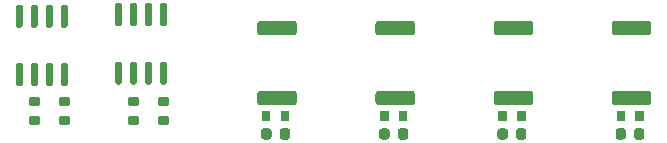
<source format=gbp>
G04 #@! TF.GenerationSoftware,KiCad,Pcbnew,8.0.9-8.0.9-0~ubuntu24.04.1*
G04 #@! TF.CreationDate,2025-06-27T01:07:59+00:00*
G04 #@! TF.ProjectId,EP91Starlet,45503931-5374-4617-926c-65742e6b6963,rev?*
G04 #@! TF.SameCoordinates,Original*
G04 #@! TF.FileFunction,Paste,Bot*
G04 #@! TF.FilePolarity,Positive*
%FSLAX46Y46*%
G04 Gerber Fmt 4.6, Leading zero omitted, Abs format (unit mm)*
G04 Created by KiCad (PCBNEW 8.0.9-8.0.9-0~ubuntu24.04.1) date 2025-06-27 01:07:59*
%MOMM*%
%LPD*%
G01*
G04 APERTURE LIST*
G04 APERTURE END LIST*
G04 #@! TO.C,R13*
G36*
G01*
X73443500Y67030000D02*
X73443500Y67810000D01*
G75*
G02*
X73513500Y67880000I70000J0D01*
G01*
X74073500Y67880000D01*
G75*
G02*
X74143500Y67810000I0J-70000D01*
G01*
X74143500Y67030000D01*
G75*
G02*
X74073500Y66960000I-70000J0D01*
G01*
X73513500Y66960000D01*
G75*
G02*
X73443500Y67030000I0J70000D01*
G01*
G37*
G36*
G01*
X75043500Y67030000D02*
X75043500Y67810000D01*
G75*
G02*
X75113500Y67880000I70000J0D01*
G01*
X75673500Y67880000D01*
G75*
G02*
X75743500Y67810000I0J-70000D01*
G01*
X75743500Y67030000D01*
G75*
G02*
X75673500Y66960000I-70000J0D01*
G01*
X75113500Y66960000D01*
G75*
G02*
X75043500Y67030000I0J70000D01*
G01*
G37*
G04 #@! TD*
G04 #@! TO.C,R11*
G36*
G01*
X96129000Y68326500D02*
X93279000Y68326500D01*
G75*
G02*
X93029000Y68576500I0J250000D01*
G01*
X93029000Y69301500D01*
G75*
G02*
X93279000Y69551500I250000J0D01*
G01*
X96129000Y69551500D01*
G75*
G02*
X96379000Y69301500I0J-250000D01*
G01*
X96379000Y68576500D01*
G75*
G02*
X96129000Y68326500I-250000J0D01*
G01*
G37*
G36*
G01*
X96129000Y74251500D02*
X93279000Y74251500D01*
G75*
G02*
X93029000Y74501500I0J250000D01*
G01*
X93029000Y75226500D01*
G75*
G02*
X93279000Y75476500I250000J0D01*
G01*
X96129000Y75476500D01*
G75*
G02*
X96379000Y75226500I0J-250000D01*
G01*
X96379000Y74501500D01*
G75*
G02*
X96129000Y74251500I-250000J0D01*
G01*
G37*
G04 #@! TD*
G04 #@! TO.C,F2*
G36*
G01*
X85806000Y66152250D02*
X85806000Y65639750D01*
G75*
G02*
X85587250Y65421000I-218750J0D01*
G01*
X85149750Y65421000D01*
G75*
G02*
X84931000Y65639750I0J218750D01*
G01*
X84931000Y66152250D01*
G75*
G02*
X85149750Y66371000I218750J0D01*
G01*
X85587250Y66371000D01*
G75*
G02*
X85806000Y66152250I0J-218750D01*
G01*
G37*
G36*
G01*
X84231000Y66152250D02*
X84231000Y65639750D01*
G75*
G02*
X84012250Y65421000I-218750J0D01*
G01*
X83574750Y65421000D01*
G75*
G02*
X83356000Y65639750I0J218750D01*
G01*
X83356000Y66152250D01*
G75*
G02*
X83574750Y66371000I218750J0D01*
G01*
X84012250Y66371000D01*
G75*
G02*
X84231000Y66152250I0J-218750D01*
G01*
G37*
G04 #@! TD*
G04 #@! TO.C,R15*
G36*
G01*
X76129000Y68326500D02*
X73279000Y68326500D01*
G75*
G02*
X73029000Y68576500I0J250000D01*
G01*
X73029000Y69301500D01*
G75*
G02*
X73279000Y69551500I250000J0D01*
G01*
X76129000Y69551500D01*
G75*
G02*
X76379000Y69301500I0J-250000D01*
G01*
X76379000Y68576500D01*
G75*
G02*
X76129000Y68326500I-250000J0D01*
G01*
G37*
G36*
G01*
X76129000Y74251500D02*
X73279000Y74251500D01*
G75*
G02*
X73029000Y74501500I0J250000D01*
G01*
X73029000Y75226500D01*
G75*
G02*
X73279000Y75476500I250000J0D01*
G01*
X76129000Y75476500D01*
G75*
G02*
X76379000Y75226500I0J-250000D01*
G01*
X76379000Y74501500D01*
G75*
G02*
X76129000Y74251500I-250000J0D01*
G01*
G37*
G04 #@! TD*
G04 #@! TO.C,R2*
G36*
G01*
X44548000Y66684000D02*
X43768000Y66684000D01*
G75*
G02*
X43698000Y66754000I0J70000D01*
G01*
X43698000Y67314000D01*
G75*
G02*
X43768000Y67384000I70000J0D01*
G01*
X44548000Y67384000D01*
G75*
G02*
X44618000Y67314000I0J-70000D01*
G01*
X44618000Y66754000D01*
G75*
G02*
X44548000Y66684000I-70000J0D01*
G01*
G37*
G36*
G01*
X44548000Y68284000D02*
X43768000Y68284000D01*
G75*
G02*
X43698000Y68354000I0J70000D01*
G01*
X43698000Y68914000D01*
G75*
G02*
X43768000Y68984000I70000J0D01*
G01*
X44548000Y68984000D01*
G75*
G02*
X44618000Y68914000I0J-70000D01*
G01*
X44618000Y68354000D01*
G75*
G02*
X44548000Y68284000I-70000J0D01*
G01*
G37*
G04 #@! TD*
G04 #@! TO.C,R1*
G36*
G01*
X52930000Y66684000D02*
X52150000Y66684000D01*
G75*
G02*
X52080000Y66754000I0J70000D01*
G01*
X52080000Y67314000D01*
G75*
G02*
X52150000Y67384000I70000J0D01*
G01*
X52930000Y67384000D01*
G75*
G02*
X53000000Y67314000I0J-70000D01*
G01*
X53000000Y66754000D01*
G75*
G02*
X52930000Y66684000I-70000J0D01*
G01*
G37*
G36*
G01*
X52930000Y68284000D02*
X52150000Y68284000D01*
G75*
G02*
X52080000Y68354000I0J70000D01*
G01*
X52080000Y68914000D01*
G75*
G02*
X52150000Y68984000I70000J0D01*
G01*
X52930000Y68984000D01*
G75*
G02*
X53000000Y68914000I0J-70000D01*
G01*
X53000000Y68354000D01*
G75*
G02*
X52930000Y68284000I-70000J0D01*
G01*
G37*
G04 #@! TD*
G04 #@! TO.C,R16*
G36*
G01*
X66129000Y68326500D02*
X63279000Y68326500D01*
G75*
G02*
X63029000Y68576500I0J250000D01*
G01*
X63029000Y69301500D01*
G75*
G02*
X63279000Y69551500I250000J0D01*
G01*
X66129000Y69551500D01*
G75*
G02*
X66379000Y69301500I0J-250000D01*
G01*
X66379000Y68576500D01*
G75*
G02*
X66129000Y68326500I-250000J0D01*
G01*
G37*
G36*
G01*
X66129000Y74251500D02*
X63279000Y74251500D01*
G75*
G02*
X63029000Y74501500I0J250000D01*
G01*
X63029000Y75226500D01*
G75*
G02*
X63279000Y75476500I250000J0D01*
G01*
X66129000Y75476500D01*
G75*
G02*
X66379000Y75226500I0J-250000D01*
G01*
X66379000Y74501500D01*
G75*
G02*
X66129000Y74251500I-250000J0D01*
G01*
G37*
G04 #@! TD*
G04 #@! TO.C,R3*
G36*
G01*
X55470000Y66684000D02*
X54690000Y66684000D01*
G75*
G02*
X54620000Y66754000I0J70000D01*
G01*
X54620000Y67314000D01*
G75*
G02*
X54690000Y67384000I70000J0D01*
G01*
X55470000Y67384000D01*
G75*
G02*
X55540000Y67314000I0J-70000D01*
G01*
X55540000Y66754000D01*
G75*
G02*
X55470000Y66684000I-70000J0D01*
G01*
G37*
G36*
G01*
X55470000Y68284000D02*
X54690000Y68284000D01*
G75*
G02*
X54620000Y68354000I0J70000D01*
G01*
X54620000Y68914000D01*
G75*
G02*
X54690000Y68984000I70000J0D01*
G01*
X55470000Y68984000D01*
G75*
G02*
X55540000Y68914000I0J-70000D01*
G01*
X55540000Y68354000D01*
G75*
G02*
X55470000Y68284000I-70000J0D01*
G01*
G37*
G04 #@! TD*
G04 #@! TO.C,R4*
G36*
G01*
X47088000Y66684000D02*
X46308000Y66684000D01*
G75*
G02*
X46238000Y66754000I0J70000D01*
G01*
X46238000Y67314000D01*
G75*
G02*
X46308000Y67384000I70000J0D01*
G01*
X47088000Y67384000D01*
G75*
G02*
X47158000Y67314000I0J-70000D01*
G01*
X47158000Y66754000D01*
G75*
G02*
X47088000Y66684000I-70000J0D01*
G01*
G37*
G36*
G01*
X47088000Y68284000D02*
X46308000Y68284000D01*
G75*
G02*
X46238000Y68354000I0J70000D01*
G01*
X46238000Y68914000D01*
G75*
G02*
X46308000Y68984000I70000J0D01*
G01*
X47088000Y68984000D01*
G75*
G02*
X47158000Y68914000I0J-70000D01*
G01*
X47158000Y68354000D01*
G75*
G02*
X47088000Y68284000I-70000J0D01*
G01*
G37*
G04 #@! TD*
G04 #@! TO.C,R14*
G36*
G01*
X63443500Y67030000D02*
X63443500Y67810000D01*
G75*
G02*
X63513500Y67880000I70000J0D01*
G01*
X64073500Y67880000D01*
G75*
G02*
X64143500Y67810000I0J-70000D01*
G01*
X64143500Y67030000D01*
G75*
G02*
X64073500Y66960000I-70000J0D01*
G01*
X63513500Y66960000D01*
G75*
G02*
X63443500Y67030000I0J70000D01*
G01*
G37*
G36*
G01*
X65043500Y67030000D02*
X65043500Y67810000D01*
G75*
G02*
X65113500Y67880000I70000J0D01*
G01*
X65673500Y67880000D01*
G75*
G02*
X65743500Y67810000I0J-70000D01*
G01*
X65743500Y67030000D01*
G75*
G02*
X65673500Y66960000I-70000J0D01*
G01*
X65113500Y66960000D01*
G75*
G02*
X65043500Y67030000I0J70000D01*
G01*
G37*
G04 #@! TD*
G04 #@! TO.C,U3*
G36*
G01*
X46848000Y69945000D02*
X46548000Y69945000D01*
G75*
G02*
X46398000Y70095000I0J150000D01*
G01*
X46398000Y71745000D01*
G75*
G02*
X46548000Y71895000I150000J0D01*
G01*
X46848000Y71895000D01*
G75*
G02*
X46998000Y71745000I0J-150000D01*
G01*
X46998000Y70095000D01*
G75*
G02*
X46848000Y69945000I-150000J0D01*
G01*
G37*
G36*
G01*
X45578000Y69945000D02*
X45278000Y69945000D01*
G75*
G02*
X45128000Y70095000I0J150000D01*
G01*
X45128000Y71745000D01*
G75*
G02*
X45278000Y71895000I150000J0D01*
G01*
X45578000Y71895000D01*
G75*
G02*
X45728000Y71745000I0J-150000D01*
G01*
X45728000Y70095000D01*
G75*
G02*
X45578000Y69945000I-150000J0D01*
G01*
G37*
G36*
G01*
X44308000Y69945000D02*
X44008000Y69945000D01*
G75*
G02*
X43858000Y70095000I0J150000D01*
G01*
X43858000Y71745000D01*
G75*
G02*
X44008000Y71895000I150000J0D01*
G01*
X44308000Y71895000D01*
G75*
G02*
X44458000Y71745000I0J-150000D01*
G01*
X44458000Y70095000D01*
G75*
G02*
X44308000Y69945000I-150000J0D01*
G01*
G37*
G36*
G01*
X43038000Y69945000D02*
X42738000Y69945000D01*
G75*
G02*
X42588000Y70095000I0J150000D01*
G01*
X42588000Y71745000D01*
G75*
G02*
X42738000Y71895000I150000J0D01*
G01*
X43038000Y71895000D01*
G75*
G02*
X43188000Y71745000I0J-150000D01*
G01*
X43188000Y70095000D01*
G75*
G02*
X43038000Y69945000I-150000J0D01*
G01*
G37*
G36*
G01*
X43038000Y74895000D02*
X42738000Y74895000D01*
G75*
G02*
X42588000Y75045000I0J150000D01*
G01*
X42588000Y76695000D01*
G75*
G02*
X42738000Y76845000I150000J0D01*
G01*
X43038000Y76845000D01*
G75*
G02*
X43188000Y76695000I0J-150000D01*
G01*
X43188000Y75045000D01*
G75*
G02*
X43038000Y74895000I-150000J0D01*
G01*
G37*
G36*
G01*
X44308000Y74895000D02*
X44008000Y74895000D01*
G75*
G02*
X43858000Y75045000I0J150000D01*
G01*
X43858000Y76695000D01*
G75*
G02*
X44008000Y76845000I150000J0D01*
G01*
X44308000Y76845000D01*
G75*
G02*
X44458000Y76695000I0J-150000D01*
G01*
X44458000Y75045000D01*
G75*
G02*
X44308000Y74895000I-150000J0D01*
G01*
G37*
G36*
G01*
X45578000Y74895000D02*
X45278000Y74895000D01*
G75*
G02*
X45128000Y75045000I0J150000D01*
G01*
X45128000Y76695000D01*
G75*
G02*
X45278000Y76845000I150000J0D01*
G01*
X45578000Y76845000D01*
G75*
G02*
X45728000Y76695000I0J-150000D01*
G01*
X45728000Y75045000D01*
G75*
G02*
X45578000Y74895000I-150000J0D01*
G01*
G37*
G36*
G01*
X46848000Y74895000D02*
X46548000Y74895000D01*
G75*
G02*
X46398000Y75045000I0J150000D01*
G01*
X46398000Y76695000D01*
G75*
G02*
X46548000Y76845000I150000J0D01*
G01*
X46848000Y76845000D01*
G75*
G02*
X46998000Y76695000I0J-150000D01*
G01*
X46998000Y75045000D01*
G75*
G02*
X46848000Y74895000I-150000J0D01*
G01*
G37*
G04 #@! TD*
G04 #@! TO.C,R10*
G36*
G01*
X83443500Y67030000D02*
X83443500Y67810000D01*
G75*
G02*
X83513500Y67880000I70000J0D01*
G01*
X84073500Y67880000D01*
G75*
G02*
X84143500Y67810000I0J-70000D01*
G01*
X84143500Y67030000D01*
G75*
G02*
X84073500Y66960000I-70000J0D01*
G01*
X83513500Y66960000D01*
G75*
G02*
X83443500Y67030000I0J70000D01*
G01*
G37*
G36*
G01*
X85043500Y67030000D02*
X85043500Y67810000D01*
G75*
G02*
X85113500Y67880000I70000J0D01*
G01*
X85673500Y67880000D01*
G75*
G02*
X85743500Y67810000I0J-70000D01*
G01*
X85743500Y67030000D01*
G75*
G02*
X85673500Y66960000I-70000J0D01*
G01*
X85113500Y66960000D01*
G75*
G02*
X85043500Y67030000I0J70000D01*
G01*
G37*
G04 #@! TD*
G04 #@! TO.C,R9*
G36*
G01*
X93443500Y67030000D02*
X93443500Y67810000D01*
G75*
G02*
X93513500Y67880000I70000J0D01*
G01*
X94073500Y67880000D01*
G75*
G02*
X94143500Y67810000I0J-70000D01*
G01*
X94143500Y67030000D01*
G75*
G02*
X94073500Y66960000I-70000J0D01*
G01*
X93513500Y66960000D01*
G75*
G02*
X93443500Y67030000I0J70000D01*
G01*
G37*
G36*
G01*
X95043500Y67030000D02*
X95043500Y67810000D01*
G75*
G02*
X95113500Y67880000I70000J0D01*
G01*
X95673500Y67880000D01*
G75*
G02*
X95743500Y67810000I0J-70000D01*
G01*
X95743500Y67030000D01*
G75*
G02*
X95673500Y66960000I-70000J0D01*
G01*
X95113500Y66960000D01*
G75*
G02*
X95043500Y67030000I0J70000D01*
G01*
G37*
G04 #@! TD*
G04 #@! TO.C,F1*
G36*
G01*
X95806000Y66152250D02*
X95806000Y65639750D01*
G75*
G02*
X95587250Y65421000I-218750J0D01*
G01*
X95149750Y65421000D01*
G75*
G02*
X94931000Y65639750I0J218750D01*
G01*
X94931000Y66152250D01*
G75*
G02*
X95149750Y66371000I218750J0D01*
G01*
X95587250Y66371000D01*
G75*
G02*
X95806000Y66152250I0J-218750D01*
G01*
G37*
G36*
G01*
X94231000Y66152250D02*
X94231000Y65639750D01*
G75*
G02*
X94012250Y65421000I-218750J0D01*
G01*
X93574750Y65421000D01*
G75*
G02*
X93356000Y65639750I0J218750D01*
G01*
X93356000Y66152250D01*
G75*
G02*
X93574750Y66371000I218750J0D01*
G01*
X94012250Y66371000D01*
G75*
G02*
X94231000Y66152250I0J-218750D01*
G01*
G37*
G04 #@! TD*
G04 #@! TO.C,R12*
G36*
G01*
X86129000Y68326500D02*
X83279000Y68326500D01*
G75*
G02*
X83029000Y68576500I0J250000D01*
G01*
X83029000Y69301500D01*
G75*
G02*
X83279000Y69551500I250000J0D01*
G01*
X86129000Y69551500D01*
G75*
G02*
X86379000Y69301500I0J-250000D01*
G01*
X86379000Y68576500D01*
G75*
G02*
X86129000Y68326500I-250000J0D01*
G01*
G37*
G36*
G01*
X86129000Y74251500D02*
X83279000Y74251500D01*
G75*
G02*
X83029000Y74501500I0J250000D01*
G01*
X83029000Y75226500D01*
G75*
G02*
X83279000Y75476500I250000J0D01*
G01*
X86129000Y75476500D01*
G75*
G02*
X86379000Y75226500I0J-250000D01*
G01*
X86379000Y74501500D01*
G75*
G02*
X86129000Y74251500I-250000J0D01*
G01*
G37*
G04 #@! TD*
G04 #@! TO.C,F4*
G36*
G01*
X65806000Y66152250D02*
X65806000Y65639750D01*
G75*
G02*
X65587250Y65421000I-218750J0D01*
G01*
X65149750Y65421000D01*
G75*
G02*
X64931000Y65639750I0J218750D01*
G01*
X64931000Y66152250D01*
G75*
G02*
X65149750Y66371000I218750J0D01*
G01*
X65587250Y66371000D01*
G75*
G02*
X65806000Y66152250I0J-218750D01*
G01*
G37*
G36*
G01*
X64231000Y66152250D02*
X64231000Y65639750D01*
G75*
G02*
X64012250Y65421000I-218750J0D01*
G01*
X63574750Y65421000D01*
G75*
G02*
X63356000Y65639750I0J218750D01*
G01*
X63356000Y66152250D01*
G75*
G02*
X63574750Y66371000I218750J0D01*
G01*
X64012250Y66371000D01*
G75*
G02*
X64231000Y66152250I0J-218750D01*
G01*
G37*
G04 #@! TD*
G04 #@! TO.C,F3*
G36*
G01*
X75806000Y66152250D02*
X75806000Y65639750D01*
G75*
G02*
X75587250Y65421000I-218750J0D01*
G01*
X75149750Y65421000D01*
G75*
G02*
X74931000Y65639750I0J218750D01*
G01*
X74931000Y66152250D01*
G75*
G02*
X75149750Y66371000I218750J0D01*
G01*
X75587250Y66371000D01*
G75*
G02*
X75806000Y66152250I0J-218750D01*
G01*
G37*
G36*
G01*
X74231000Y66152250D02*
X74231000Y65639750D01*
G75*
G02*
X74012250Y65421000I-218750J0D01*
G01*
X73574750Y65421000D01*
G75*
G02*
X73356000Y65639750I0J218750D01*
G01*
X73356000Y66152250D01*
G75*
G02*
X73574750Y66371000I218750J0D01*
G01*
X74012250Y66371000D01*
G75*
G02*
X74231000Y66152250I0J-218750D01*
G01*
G37*
G04 #@! TD*
G04 #@! TO.C,U2*
G36*
G01*
X55230000Y70075000D02*
X54930000Y70075000D01*
G75*
G02*
X54780000Y70225000I0J150000D01*
G01*
X54780000Y71875000D01*
G75*
G02*
X54930000Y72025000I150000J0D01*
G01*
X55230000Y72025000D01*
G75*
G02*
X55380000Y71875000I0J-150000D01*
G01*
X55380000Y70225000D01*
G75*
G02*
X55230000Y70075000I-150000J0D01*
G01*
G37*
G36*
G01*
X53960000Y70075000D02*
X53660000Y70075000D01*
G75*
G02*
X53510000Y70225000I0J150000D01*
G01*
X53510000Y71875000D01*
G75*
G02*
X53660000Y72025000I150000J0D01*
G01*
X53960000Y72025000D01*
G75*
G02*
X54110000Y71875000I0J-150000D01*
G01*
X54110000Y70225000D01*
G75*
G02*
X53960000Y70075000I-150000J0D01*
G01*
G37*
G36*
G01*
X52690000Y70075000D02*
X52390000Y70075000D01*
G75*
G02*
X52240000Y70225000I0J150000D01*
G01*
X52240000Y71875000D01*
G75*
G02*
X52390000Y72025000I150000J0D01*
G01*
X52690000Y72025000D01*
G75*
G02*
X52840000Y71875000I0J-150000D01*
G01*
X52840000Y70225000D01*
G75*
G02*
X52690000Y70075000I-150000J0D01*
G01*
G37*
G36*
G01*
X51420000Y70075000D02*
X51120000Y70075000D01*
G75*
G02*
X50970000Y70225000I0J150000D01*
G01*
X50970000Y71875000D01*
G75*
G02*
X51120000Y72025000I150000J0D01*
G01*
X51420000Y72025000D01*
G75*
G02*
X51570000Y71875000I0J-150000D01*
G01*
X51570000Y70225000D01*
G75*
G02*
X51420000Y70075000I-150000J0D01*
G01*
G37*
G36*
G01*
X51420000Y75025000D02*
X51120000Y75025000D01*
G75*
G02*
X50970000Y75175000I0J150000D01*
G01*
X50970000Y76825000D01*
G75*
G02*
X51120000Y76975000I150000J0D01*
G01*
X51420000Y76975000D01*
G75*
G02*
X51570000Y76825000I0J-150000D01*
G01*
X51570000Y75175000D01*
G75*
G02*
X51420000Y75025000I-150000J0D01*
G01*
G37*
G36*
G01*
X52690000Y75025000D02*
X52390000Y75025000D01*
G75*
G02*
X52240000Y75175000I0J150000D01*
G01*
X52240000Y76825000D01*
G75*
G02*
X52390000Y76975000I150000J0D01*
G01*
X52690000Y76975000D01*
G75*
G02*
X52840000Y76825000I0J-150000D01*
G01*
X52840000Y75175000D01*
G75*
G02*
X52690000Y75025000I-150000J0D01*
G01*
G37*
G36*
G01*
X53960000Y75025000D02*
X53660000Y75025000D01*
G75*
G02*
X53510000Y75175000I0J150000D01*
G01*
X53510000Y76825000D01*
G75*
G02*
X53660000Y76975000I150000J0D01*
G01*
X53960000Y76975000D01*
G75*
G02*
X54110000Y76825000I0J-150000D01*
G01*
X54110000Y75175000D01*
G75*
G02*
X53960000Y75025000I-150000J0D01*
G01*
G37*
G36*
G01*
X55230000Y75025000D02*
X54930000Y75025000D01*
G75*
G02*
X54780000Y75175000I0J150000D01*
G01*
X54780000Y76825000D01*
G75*
G02*
X54930000Y76975000I150000J0D01*
G01*
X55230000Y76975000D01*
G75*
G02*
X55380000Y76825000I0J-150000D01*
G01*
X55380000Y75175000D01*
G75*
G02*
X55230000Y75025000I-150000J0D01*
G01*
G37*
G04 #@! TD*
M02*

</source>
